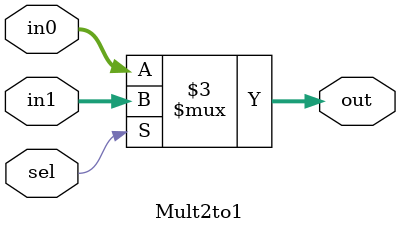
<source format=sv>
`timescale 1ns / 1ps

module Mult2to1 (
    input [31:0] in0,
    input [31:0] in1,
    input sel,
    output logic [31:0] out
);
    always_comb
        case (sel)
            0:       out = in0;
            default: out = in1;
        endcase
endmodule

</source>
